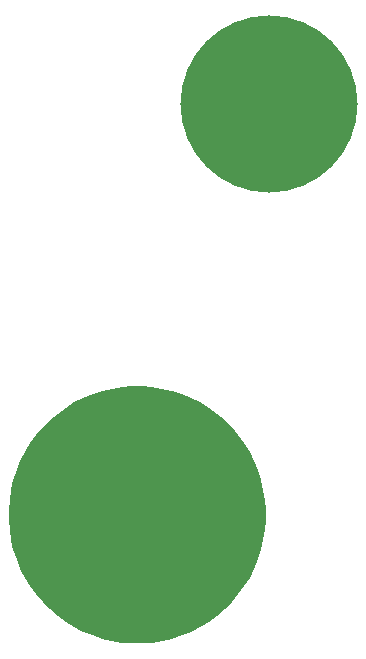
<source format=gbl>
G04*
G04 #@! TF.GenerationSoftware,Altium Limited,Altium Designer,19.1.7 (138)*
G04*
G04 Layer_Physical_Order=2*
G04 Layer_Color=16711680*
%FSTAX24Y24*%
%MOIN*%
G70*
G01*
G75*
%ADD12C,0.5906*%
G36*
X031165Y028D02*
Y027832D01*
X031191Y027496D01*
X031244Y027163D01*
X031323Y026836D01*
X031427Y026516D01*
X031555Y026205D01*
X031708Y025905D01*
X031884Y025617D01*
X032082Y025345D01*
X032301Y025089D01*
X032539Y024851D01*
X032795Y024632D01*
X033067Y024434D01*
X033355Y024258D01*
X033655Y024105D01*
X033966Y023977D01*
X034286Y023873D01*
X034613Y023794D01*
X034946Y023741D01*
X035282Y023715D01*
X03545D01*
X035618D01*
X035954Y023741D01*
X036287Y023794D01*
X036614Y023873D01*
X036934Y023977D01*
X037245Y024105D01*
X037545Y024258D01*
X037833Y024434D01*
X038105Y024632D01*
X038361Y024851D01*
X038599Y025089D01*
X038818Y025345D01*
X039016Y025617D01*
X039192Y025905D01*
X039345Y026205D01*
X039473Y026516D01*
X039577Y026836D01*
X039656Y027163D01*
X039709Y027496D01*
X039735Y027832D01*
Y028D01*
Y028168D01*
X039709Y028504D01*
X039656Y028837D01*
X039577Y029164D01*
X039473Y029484D01*
X039345Y029795D01*
X039192Y030095D01*
X039016Y030383D01*
X038818Y030655D01*
X038599Y030911D01*
X038361Y031149D01*
X038105Y031368D01*
X037833Y031566D01*
X037545Y031742D01*
X037245Y031895D01*
X036934Y032023D01*
X036614Y032127D01*
X036287Y032206D01*
X035954Y032259D01*
X035618Y032285D01*
X03545D01*
X035282D01*
X034946Y032259D01*
X034613Y032206D01*
X034286Y032127D01*
X033966Y032023D01*
X033655Y031895D01*
X033355Y031742D01*
X033067Y031566D01*
X032795Y031368D01*
X032539Y031149D01*
X032301Y030911D01*
X032082Y030655D01*
X031884Y030383D01*
X031708Y030095D01*
X031555Y029795D01*
X031427Y029484D01*
X031323Y029164D01*
X031244Y028837D01*
X031191Y028504D01*
X031165Y028168D01*
Y028D01*
D01*
D02*
G37*
D12*
X03985Y0417D02*
D03*
M02*

</source>
